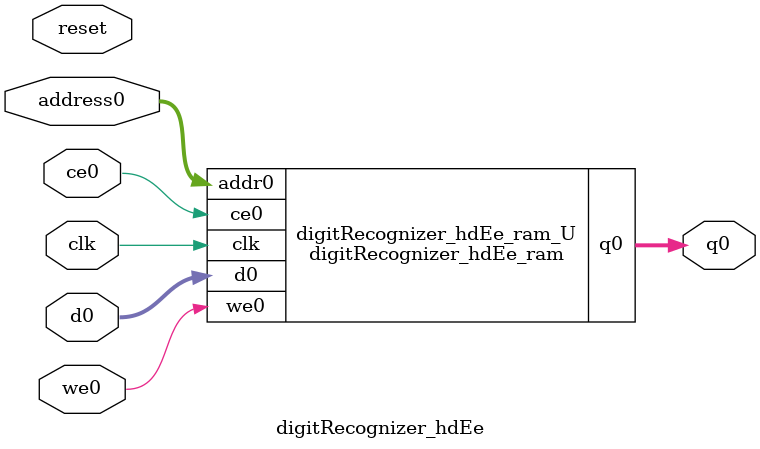
<source format=v>

`timescale 1 ns / 1 ps
module digitRecognizer_hdEe_ram (addr0, ce0, d0, we0, q0,  clk);

parameter DWIDTH = 32;
parameter AWIDTH = 5;
parameter MEM_SIZE = 32;

input[AWIDTH-1:0] addr0;
input ce0;
input[DWIDTH-1:0] d0;
input we0;
output reg[DWIDTH-1:0] q0;
input clk;

(* ram_style = "block" *)reg [DWIDTH-1:0] ram[0:MEM_SIZE-1];




always @(posedge clk)  
begin 
    if (ce0) 
    begin
        if (we0) 
        begin 
            ram[addr0] <= d0; 
            q0 <= d0;
        end 
        else 
            q0 <= ram[addr0];
    end
end


endmodule


`timescale 1 ns / 1 ps
module digitRecognizer_hdEe(
    reset,
    clk,
    address0,
    ce0,
    we0,
    d0,
    q0);

parameter DataWidth = 32'd32;
parameter AddressRange = 32'd32;
parameter AddressWidth = 32'd5;
input reset;
input clk;
input[AddressWidth - 1:0] address0;
input ce0;
input we0;
input[DataWidth - 1:0] d0;
output[DataWidth - 1:0] q0;



digitRecognizer_hdEe_ram digitRecognizer_hdEe_ram_U(
    .clk( clk ),
    .addr0( address0 ),
    .ce0( ce0 ),
    .d0( d0 ),
    .we0( we0 ),
    .q0( q0 ));

endmodule


</source>
